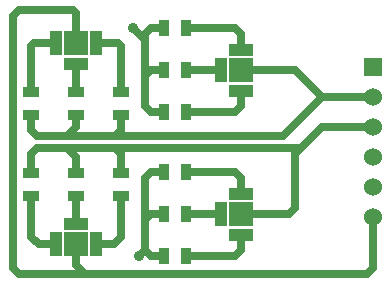
<source format=gtl>
G04 (created by PCBNEW (2013-07-07 BZR 4022)-stable) date 11/10/2014 9:18:01 PM*
%MOIN*%
G04 Gerber Fmt 3.4, Leading zero omitted, Abs format*
%FSLAX34Y34*%
G01*
G70*
G90*
G04 APERTURE LIST*
%ADD10C,0.00590551*%
%ADD11R,0.0787402X0.0787402*%
%ADD12R,0.0393701X0.0787402*%
%ADD13R,0.0787402X0.0393701*%
%ADD14R,0.055X0.035*%
%ADD15R,0.035X0.055*%
%ADD16R,0.06X0.06*%
%ADD17C,0.06*%
%ADD18C,0.035*%
%ADD19C,0.025*%
G04 APERTURE END LIST*
G54D10*
G54D11*
X42500Y-26300D03*
G54D12*
X43180Y-26300D03*
G54D13*
X42500Y-26980D03*
G54D12*
X41820Y-26300D03*
G54D11*
X48000Y-32000D03*
G54D13*
X48000Y-32680D03*
G54D12*
X47320Y-32000D03*
G54D13*
X48000Y-31320D03*
G54D11*
X48000Y-27200D03*
G54D13*
X48000Y-27880D03*
G54D12*
X47320Y-27200D03*
G54D13*
X48000Y-26520D03*
G54D11*
X42500Y-33000D03*
G54D12*
X41820Y-33000D03*
G54D13*
X42500Y-32320D03*
G54D12*
X43180Y-33000D03*
G54D14*
X44000Y-27925D03*
X44000Y-28675D03*
X44000Y-31375D03*
X44000Y-30625D03*
X42500Y-31375D03*
X42500Y-30625D03*
X41000Y-31375D03*
X41000Y-30625D03*
X42500Y-27925D03*
X42500Y-28675D03*
G54D15*
X46175Y-25800D03*
X45425Y-25800D03*
X46175Y-27200D03*
X45425Y-27200D03*
X46175Y-28600D03*
X45425Y-28600D03*
G54D14*
X41000Y-27925D03*
X41000Y-28675D03*
G54D15*
X46175Y-30600D03*
X45425Y-30600D03*
X46175Y-32000D03*
X45425Y-32000D03*
X46175Y-33400D03*
X45425Y-33400D03*
G54D16*
X52400Y-27100D03*
G54D17*
X52400Y-28100D03*
X52400Y-29100D03*
X52400Y-30100D03*
X52400Y-31100D03*
X52400Y-32100D03*
G54D18*
X44400Y-25800D03*
X44600Y-33400D03*
G54D19*
X42500Y-33000D02*
X42500Y-33700D01*
X42500Y-33700D02*
X42800Y-34000D01*
X42500Y-25500D02*
X42500Y-25300D01*
X42400Y-25200D02*
X42200Y-25200D01*
X42500Y-25300D02*
X42400Y-25200D01*
X40400Y-25600D02*
X40400Y-25400D01*
X42200Y-25200D02*
X40800Y-25200D01*
X40400Y-25600D02*
X40400Y-33800D01*
X40400Y-33800D02*
X40600Y-34000D01*
X40600Y-34000D02*
X42800Y-34000D01*
X40400Y-25400D02*
X40600Y-25200D01*
X40600Y-25200D02*
X40800Y-25200D01*
X42500Y-26300D02*
X42500Y-25500D01*
X52200Y-34000D02*
X52400Y-33800D01*
X42800Y-34000D02*
X43000Y-34000D01*
X43000Y-34000D02*
X52200Y-34000D01*
X52400Y-32100D02*
X52400Y-33800D01*
X43800Y-29400D02*
X49400Y-29400D01*
X49400Y-29400D02*
X50700Y-28100D01*
X44000Y-28675D02*
X44000Y-29200D01*
X44000Y-29200D02*
X43800Y-29400D01*
X42500Y-28675D02*
X42500Y-29100D01*
X42500Y-29100D02*
X42200Y-29400D01*
X41000Y-28675D02*
X41000Y-29200D01*
X41000Y-29200D02*
X41200Y-29400D01*
X52400Y-28100D02*
X50700Y-28100D01*
X49800Y-27200D02*
X48000Y-27200D01*
X50700Y-28100D02*
X49800Y-27200D01*
X42200Y-29400D02*
X43800Y-29400D01*
X41200Y-29400D02*
X42200Y-29400D01*
X44400Y-25800D02*
X44800Y-26200D01*
X45425Y-27200D02*
X45000Y-27200D01*
X45000Y-27200D02*
X44800Y-27400D01*
X45425Y-25800D02*
X45000Y-25800D01*
X45000Y-28600D02*
X45425Y-28600D01*
X44800Y-28400D02*
X45000Y-28600D01*
X44800Y-26000D02*
X44800Y-26200D01*
X44800Y-26200D02*
X44800Y-27400D01*
X44800Y-27400D02*
X44800Y-28400D01*
X45000Y-25800D02*
X44800Y-26000D01*
X42500Y-30625D02*
X42500Y-30100D01*
X42500Y-30100D02*
X42200Y-29800D01*
X43800Y-29800D02*
X50000Y-29800D01*
X42200Y-29800D02*
X43800Y-29800D01*
X44000Y-30000D02*
X44000Y-30625D01*
X43800Y-29800D02*
X44000Y-30000D01*
X41000Y-30625D02*
X41000Y-30000D01*
X41200Y-29800D02*
X42200Y-29800D01*
X41000Y-30000D02*
X41200Y-29800D01*
X52400Y-29100D02*
X50700Y-29100D01*
X50700Y-29100D02*
X50000Y-29800D01*
X49600Y-32000D02*
X48000Y-32000D01*
X50000Y-29800D02*
X49800Y-30000D01*
X49800Y-30000D02*
X49800Y-31800D01*
X49800Y-31800D02*
X49600Y-32000D01*
X44800Y-33200D02*
X44600Y-33400D01*
X45425Y-30600D02*
X45000Y-30600D01*
X44800Y-30800D02*
X44800Y-32200D01*
X45000Y-30600D02*
X44800Y-30800D01*
X45425Y-33400D02*
X45000Y-33400D01*
X45000Y-32000D02*
X45425Y-32000D01*
X44800Y-32200D02*
X45000Y-32000D01*
X44800Y-33200D02*
X44800Y-32200D01*
X45000Y-33400D02*
X44800Y-33200D01*
X48000Y-31320D02*
X48000Y-30800D01*
X47800Y-30600D02*
X46175Y-30600D01*
X48000Y-30800D02*
X47800Y-30600D01*
X42500Y-32320D02*
X42500Y-31375D01*
X43180Y-33000D02*
X43750Y-33000D01*
X44000Y-32750D02*
X44000Y-31375D01*
X43750Y-33000D02*
X44000Y-32750D01*
X43180Y-26300D02*
X43900Y-26300D01*
X44000Y-26400D02*
X44000Y-27925D01*
X43900Y-26300D02*
X44000Y-26400D01*
X41820Y-26300D02*
X41100Y-26300D01*
X41000Y-26400D02*
X41000Y-27925D01*
X41100Y-26300D02*
X41000Y-26400D01*
X42500Y-26980D02*
X42500Y-27925D01*
X48000Y-32680D02*
X48000Y-33200D01*
X47800Y-33400D02*
X46175Y-33400D01*
X48000Y-33200D02*
X47800Y-33400D01*
X47320Y-32000D02*
X46175Y-32000D01*
X48000Y-27880D02*
X48000Y-28400D01*
X47800Y-28600D02*
X46175Y-28600D01*
X48000Y-28400D02*
X47800Y-28600D01*
X47320Y-27200D02*
X46175Y-27200D01*
X48000Y-26520D02*
X48000Y-26000D01*
X47800Y-25800D02*
X46175Y-25800D01*
X48000Y-26000D02*
X47800Y-25800D01*
X41820Y-33000D02*
X41250Y-33000D01*
X41000Y-32750D02*
X41000Y-31375D01*
X41250Y-33000D02*
X41000Y-32750D01*
M02*

</source>
